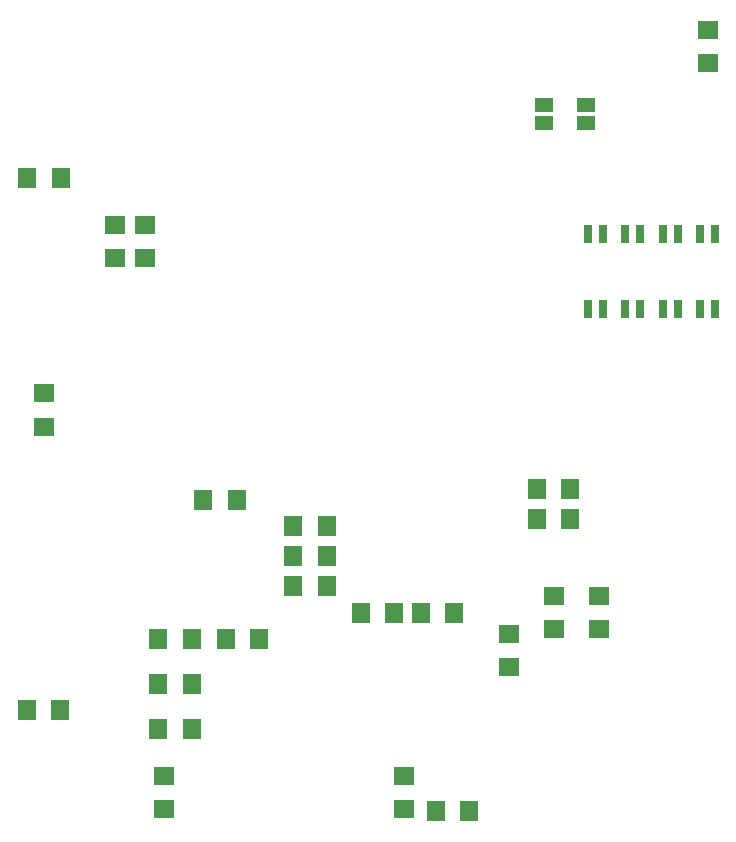
<source format=gbr>
G04 EAGLE Gerber RS-274X export*
G75*
%MOMM*%
%FSLAX34Y34*%
%LPD*%
%INSolderpaste Bottom*%
%IPPOS*%
%AMOC8*
5,1,8,0,0,1.08239X$1,22.5*%
G01*
%ADD10R,1.800000X1.600000*%
%ADD11R,1.600000X1.800000*%
%ADD12R,1.803000X1.600000*%
%ADD13R,1.600000X1.803000*%
%ADD14R,1.600200X1.168400*%
%ADD15R,0.650000X1.650000*%


D10*
X479425Y427325D03*
X479425Y455325D03*
D11*
X382300Y473075D03*
X354300Y473075D03*
X405100Y473075D03*
X433100Y473075D03*
X99725Y390525D03*
X71725Y390525D03*
D12*
X647700Y938280D03*
X647700Y966720D03*
X517525Y458855D03*
X517525Y487295D03*
D13*
X446020Y304800D03*
X417580Y304800D03*
D12*
X555625Y458855D03*
X555625Y487295D03*
D13*
X325370Y546100D03*
X296930Y546100D03*
X99945Y841375D03*
X71505Y841375D03*
X211070Y450850D03*
X182630Y450850D03*
D12*
X390525Y306455D03*
X390525Y334895D03*
X187325Y306455D03*
X187325Y334895D03*
X85725Y658745D03*
X85725Y630305D03*
D13*
X239780Y450850D03*
X268220Y450850D03*
D14*
X509588Y902970D03*
X509588Y887730D03*
X544513Y902970D03*
X544513Y887730D03*
D15*
X546100Y794000D03*
X558800Y794000D03*
X558800Y730000D03*
X546100Y730000D03*
X577850Y794000D03*
X590550Y794000D03*
X590550Y730000D03*
X577850Y730000D03*
X654050Y730000D03*
X641350Y730000D03*
X641350Y794000D03*
X654050Y794000D03*
X622300Y730000D03*
X609600Y730000D03*
X609600Y794000D03*
X622300Y794000D03*
D13*
X249170Y568325D03*
X220730Y568325D03*
X211070Y412750D03*
X182630Y412750D03*
X211070Y374650D03*
X182630Y374650D03*
D11*
X297150Y520700D03*
X325150Y520700D03*
D10*
X171450Y773400D03*
X171450Y801400D03*
D11*
X297150Y495300D03*
X325150Y495300D03*
D10*
X146050Y801400D03*
X146050Y773400D03*
D11*
X503525Y552450D03*
X531525Y552450D03*
X503525Y577850D03*
X531525Y577850D03*
M02*

</source>
